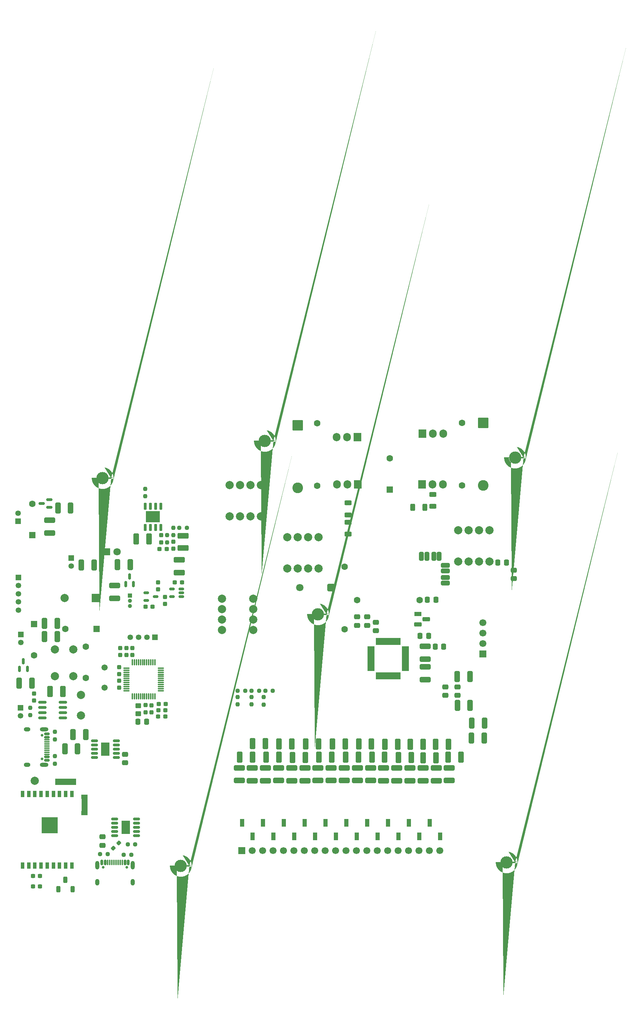
<source format=gbr>
%TF.GenerationSoftware,KiCad,Pcbnew,9.0.7*%
%TF.CreationDate,2026-02-19T04:12:07+03:00*%
%TF.ProjectId,shell-bms,7368656c-6c2d-4626-9d73-2e6b69636164,rev?*%
%TF.SameCoordinates,Original*%
%TF.FileFunction,Soldermask,Top*%
%TF.FilePolarity,Negative*%
%FSLAX46Y46*%
G04 Gerber Fmt 4.6, Leading zero omitted, Abs format (unit mm)*
G04 Created by KiCad (PCBNEW 9.0.7) date 2026-02-19 04:12:07*
%MOMM*%
%LPD*%
G01*
G04 APERTURE LIST*
G04 Aperture macros list*
%AMRoundRect*
0 Rectangle with rounded corners*
0 $1 Rounding radius*
0 $2 $3 $4 $5 $6 $7 $8 $9 X,Y pos of 4 corners*
0 Add a 4 corners polygon primitive as box body*
4,1,4,$2,$3,$4,$5,$6,$7,$8,$9,$2,$3,0*
0 Add four circle primitives for the rounded corners*
1,1,$1+$1,$2,$3*
1,1,$1+$1,$4,$5*
1,1,$1+$1,$6,$7*
1,1,$1+$1,$8,$9*
0 Add four rect primitives between the rounded corners*
20,1,$1+$1,$2,$3,$4,$5,0*
20,1,$1+$1,$4,$5,$6,$7,0*
20,1,$1+$1,$6,$7,$8,$9,0*
20,1,$1+$1,$8,$9,$2,$3,0*%
%AMFreePoly0*
4,1,6,1.000000,0.000000,0.500000,-0.750000,-0.500000,-0.750000,-0.500000,0.750000,0.500000,0.750000,1.000000,0.000000,1.000000,0.000000,$1*%
%AMFreePoly1*
4,1,100,-1.631109,2.612558,-1.341386,2.546431,-1.060889,2.448281,-0.793145,2.319342,-0.541521,2.161236,-0.309182,1.975952,-0.099048,1.765818,0.086236,1.533479,0.244342,1.281855,0.373281,1.014111,0.471431,0.733614,0.537558,0.443891,0.570831,0.148587,0.570831,-0.148587,0.537558,-0.443891,0.471431,-0.733614,0.373281,-1.014111,0.244342,-1.281855,0.086236,-1.533479,-0.099048,-1.765818,
-0.309182,-1.975952,-0.541521,-2.161236,-0.793145,-2.319342,-1.060889,-2.448281,-1.341386,-2.546431,-1.631109,-2.612558,-1.926413,-2.645831,-2.223587,-2.645831,-2.518891,-2.612558,-2.808614,-2.546431,-3.089111,-2.448281,-3.356855,-2.319342,-3.608479,-2.161236,-3.840818,-1.975952,-4.050952,-1.765818,-4.236236,-1.533479,-4.394342,-1.281855,-4.523281,-1.014111,-4.621431,-0.733614,-4.687558,-0.443891,
-4.720831,-0.148587,-4.720831,0.118053,-3.575000,0.118053,-3.575000,-0.118053,-3.538065,-0.351251,-3.465104,-0.575800,-3.357915,-0.786171,-3.219136,-0.977184,-3.052184,-1.144136,-2.861171,-1.282915,-2.650800,-1.390104,-2.426251,-1.463065,-2.193053,-1.500000,-1.956947,-1.500000,-1.723749,-1.463065,-1.499200,-1.390104,-1.288829,-1.282915,-1.097816,-1.144136,-0.930864,-0.977184,-0.792085,-0.786171,
-0.684896,-0.575800,-0.611935,-0.351251,-0.575000,-0.118053,-0.575000,0.118053,-0.611935,0.351251,-0.684896,0.575800,-0.792085,0.786171,-0.930864,0.977184,-1.097816,1.144136,-1.288829,1.282915,-1.499200,1.390104,-1.723749,1.463065,-1.956947,1.500000,-2.193053,1.500000,-2.426251,1.463065,-2.650800,1.390104,-2.861171,1.282915,-3.052184,1.144136,-3.219136,0.977184,-3.357915,0.786171,
-3.465104,0.575800,-3.538065,0.351251,-3.575000,0.118053,-4.720831,0.118053,-4.720831,0.148587,-4.687558,0.443891,-4.621431,0.733614,-4.523281,1.014111,-4.394342,1.281855,-4.236236,1.533479,-4.050952,1.765818,-3.840818,1.975952,-3.608479,2.161236,-3.356855,2.319342,-3.089111,2.448281,-2.808614,2.546431,-2.518891,2.612558,-2.223587,2.645831,-1.926413,2.645831,-1.631109,2.612558,
-1.631109,2.612558,$1*%
G04 Aperture macros list end*
%ADD10RoundRect,0.237500X0.300000X0.237500X-0.300000X0.237500X-0.300000X-0.237500X0.300000X-0.237500X0*%
%ADD11RoundRect,0.250000X1.075000X-0.400000X1.075000X0.400000X-1.075000X0.400000X-1.075000X-0.400000X0*%
%ADD12RoundRect,0.250000X-0.400000X-1.075000X0.400000X-1.075000X0.400000X1.075000X-0.400000X1.075000X0*%
%ADD13RoundRect,0.250000X0.412500X1.100000X-0.412500X1.100000X-0.412500X-1.100000X0.412500X-1.100000X0*%
%ADD14RoundRect,0.250000X-0.550000X0.550000X-0.550000X-0.550000X0.550000X-0.550000X0.550000X0.550000X0*%
%ADD15C,1.600000*%
%ADD16RoundRect,0.250000X-0.825000X0.312500X-0.825000X-0.312500X0.825000X-0.312500X0.825000X0.312500X0*%
%ADD17FreePoly0,0.000000*%
%ADD18FreePoly0,180.000000*%
%ADD19RoundRect,0.250000X-0.337500X-0.475000X0.337500X-0.475000X0.337500X0.475000X-0.337500X0.475000X0*%
%ADD20RoundRect,0.237500X-0.300000X-0.237500X0.300000X-0.237500X0.300000X0.237500X-0.300000X0.237500X0*%
%ADD21RoundRect,0.237500X-0.237500X0.250000X-0.237500X-0.250000X0.237500X-0.250000X0.237500X0.250000X0*%
%ADD22RoundRect,0.250000X0.475000X-0.337500X0.475000X0.337500X-0.475000X0.337500X-0.475000X-0.337500X0*%
%ADD23RoundRect,0.075000X-0.662500X-0.075000X0.662500X-0.075000X0.662500X0.075000X-0.662500X0.075000X0*%
%ADD24RoundRect,0.075000X-0.075000X-0.662500X0.075000X-0.662500X0.075000X0.662500X-0.075000X0.662500X0*%
%ADD25R,1.350000X1.350000*%
%ADD26C,1.350000*%
%ADD27RoundRect,0.237500X0.237500X-0.250000X0.237500X0.250000X-0.237500X0.250000X-0.237500X-0.250000X0*%
%ADD28RoundRect,0.250000X-0.625000X0.312500X-0.625000X-0.312500X0.625000X-0.312500X0.625000X0.312500X0*%
%ADD29RoundRect,0.237500X-0.237500X0.300000X-0.237500X-0.300000X0.237500X-0.300000X0.237500X0.300000X0*%
%ADD30RoundRect,0.250000X0.550000X0.550000X-0.550000X0.550000X-0.550000X-0.550000X0.550000X-0.550000X0*%
%ADD31RoundRect,0.250000X0.400000X1.075000X-0.400000X1.075000X-0.400000X-1.075000X0.400000X-1.075000X0*%
%ADD32RoundRect,0.250000X0.337500X0.475000X-0.337500X0.475000X-0.337500X-0.475000X0.337500X-0.475000X0*%
%ADD33RoundRect,0.237500X0.250000X0.237500X-0.250000X0.237500X-0.250000X-0.237500X0.250000X-0.237500X0*%
%ADD34RoundRect,0.250000X-0.312500X-0.825000X0.312500X-0.825000X0.312500X0.825000X-0.312500X0.825000X0*%
%ADD35C,3.000000*%
%ADD36FreePoly1,0.000000*%
%ADD37RoundRect,0.150000X0.687500X0.150000X-0.687500X0.150000X-0.687500X-0.150000X0.687500X-0.150000X0*%
%ADD38R,2.100000X3.300000*%
%ADD39C,2.004000*%
%ADD40RoundRect,0.150000X0.150000X-0.587500X0.150000X0.587500X-0.150000X0.587500X-0.150000X-0.587500X0*%
%ADD41RoundRect,0.237500X-0.008839X-0.344715X0.344715X0.008839X0.008839X0.344715X-0.344715X-0.008839X0*%
%ADD42C,2.000000*%
%ADD43RoundRect,0.250000X-0.250000X-0.550000X0.250000X-0.550000X0.250000X0.550000X-0.250000X0.550000X0*%
%ADD44RoundRect,0.237500X0.237500X-0.300000X0.237500X0.300000X-0.237500X0.300000X-0.237500X-0.300000X0*%
%ADD45RoundRect,0.250000X-0.475000X0.337500X-0.475000X-0.337500X0.475000X-0.337500X0.475000X0.337500X0*%
%ADD46RoundRect,0.250000X-0.412500X-1.100000X0.412500X-1.100000X0.412500X1.100000X-0.412500X1.100000X0*%
%ADD47R,1.905000X2.000000*%
%ADD48O,1.905000X2.000000*%
%ADD49RoundRect,0.250000X-1.075000X0.400000X-1.075000X-0.400000X1.075000X-0.400000X1.075000X0.400000X0*%
%ADD50RoundRect,0.250000X-1.050000X1.050000X-1.050000X-1.050000X1.050000X-1.050000X1.050000X1.050000X0*%
%ADD51C,2.600000*%
%ADD52R,2.000000X2.000000*%
%ADD53C,1.500000*%
%ADD54R,3.400000X2.710000*%
%ADD55RoundRect,0.150000X-0.150000X0.737500X-0.150000X-0.737500X0.150000X-0.737500X0.150000X0.737500X0*%
%ADD56RoundRect,0.150000X0.512500X0.150000X-0.512500X0.150000X-0.512500X-0.150000X0.512500X-0.150000X0*%
%ADD57RoundRect,0.150000X-0.687500X-0.150000X0.687500X-0.150000X0.687500X0.150000X-0.687500X0.150000X0*%
%ADD58RoundRect,0.250000X0.312500X0.625000X-0.312500X0.625000X-0.312500X-0.625000X0.312500X-0.625000X0*%
%ADD59RoundRect,0.250001X-1.074999X0.462499X-1.074999X-0.462499X1.074999X-0.462499X1.074999X0.462499X0*%
%ADD60RoundRect,0.250000X0.550000X-0.550000X0.550000X0.550000X-0.550000X0.550000X-0.550000X-0.550000X0*%
%ADD61C,0.650000*%
%ADD62RoundRect,0.150000X-0.150000X-0.500000X0.150000X-0.500000X0.150000X0.500000X-0.150000X0.500000X0*%
%ADD63RoundRect,0.075000X-0.075000X-0.575000X0.075000X-0.575000X0.075000X0.575000X-0.075000X0.575000X0*%
%ADD64O,1.000000X2.100000*%
%ADD65O,1.000000X1.600000*%
%ADD66C,1.700000*%
%ADD67R,1.700000X1.700000*%
%ADD68R,1.800000X1.100000*%
%ADD69RoundRect,0.275000X-0.625000X0.275000X-0.625000X-0.275000X0.625000X-0.275000X0.625000X0.275000X0*%
%ADD70R,1.000000X1.000000*%
%ADD71C,1.000000*%
%ADD72RoundRect,0.150000X-0.512500X-0.150000X0.512500X-0.150000X0.512500X0.150000X-0.512500X0.150000X0*%
%ADD73RoundRect,0.250000X0.650000X0.650000X-0.650000X0.650000X-0.650000X-0.650000X0.650000X-0.650000X0*%
%ADD74C,1.800000*%
%ADD75RoundRect,0.150000X0.587500X0.150000X-0.587500X0.150000X-0.587500X-0.150000X0.587500X-0.150000X0*%
%ADD76FreePoly0,90.000000*%
%ADD77FreePoly0,270.000000*%
%ADD78RoundRect,0.150000X0.825000X0.150000X-0.825000X0.150000X-0.825000X-0.150000X0.825000X-0.150000X0*%
%ADD79R,1.800000X1.800000*%
%ADD80R,0.900000X1.500000*%
%ADD81R,4.000000X4.000000*%
%ADD82RoundRect,0.250000X-0.450000X0.350000X-0.450000X-0.350000X0.450000X-0.350000X0.450000X0.350000X0*%
%ADD83RoundRect,0.250000X-1.100000X0.412500X-1.100000X-0.412500X1.100000X-0.412500X1.100000X0.412500X0*%
%ADD84RoundRect,0.060500X-0.821500X-0.181500X0.821500X-0.181500X0.821500X0.181500X-0.821500X0.181500X0*%
%ADD85RoundRect,0.060500X-0.181500X-0.821500X0.181500X-0.821500X0.181500X0.821500X-0.181500X0.821500X0*%
%ADD86RoundRect,0.150000X-0.500000X0.150000X-0.500000X-0.150000X0.500000X-0.150000X0.500000X0.150000X0*%
%ADD87RoundRect,0.075000X-0.575000X0.075000X-0.575000X-0.075000X0.575000X-0.075000X0.575000X0.075000X0*%
%ADD88O,2.100000X1.000000*%
%ADD89O,1.600000X1.000000*%
%ADD90R,1.000000X1.900000*%
G04 APERTURE END LIST*
%TO.C,JP2*%
G36*
X57700000Y-141250000D02*
G01*
X62700000Y-141250000D01*
X62700000Y-142750000D01*
X57700000Y-142750000D01*
X57700000Y-141250000D01*
G37*
%TO.C,JP3*%
G36*
X64050000Y-150150000D02*
G01*
X65550000Y-150150000D01*
X65550000Y-145150000D01*
X64050000Y-145150000D01*
X64050000Y-150150000D01*
G37*
%TD*%
D10*
%TO.C,C63*%
X53925000Y-167500000D03*
X52200000Y-167500000D03*
%TD*%
D11*
%TO.C,R8*%
X131292000Y-141694000D03*
X131292000Y-138594000D03*
%TD*%
D12*
%TO.C,R51*%
X55050000Y-103400000D03*
X58150000Y-103400000D03*
%TD*%
D13*
%TO.C,C15*%
X108842000Y-132744000D03*
X105717000Y-132744000D03*
%TD*%
D11*
%TO.C,R5*%
X140892000Y-141744000D03*
X140892000Y-138644000D03*
%TD*%
D14*
%TO.C,D7*%
X52500000Y-103600000D03*
D15*
X52500000Y-111220000D03*
%TD*%
D12*
%TO.C,R56*%
X48850000Y-118000000D03*
X51950000Y-118000000D03*
%TD*%
D16*
%TO.C,R35*%
X152716401Y-89275000D03*
X152716401Y-90600000D03*
%TD*%
D17*
%TO.C,JP2*%
X58200000Y-142000000D03*
D18*
X62200000Y-142000000D03*
%TD*%
D19*
%TO.C,C51*%
X77833400Y-127355600D03*
X79908400Y-127355600D03*
%TD*%
D13*
%TO.C,C1*%
X156567000Y-136044000D03*
X153442000Y-136044000D03*
%TD*%
D15*
%TO.C,R32*%
X121525000Y-69920000D03*
X121525000Y-54680000D03*
%TD*%
D20*
%TO.C,C41*%
X79625000Y-99350000D03*
X81350000Y-99350000D03*
%TD*%
D21*
%TO.C,R44*%
X86400000Y-80087500D03*
X86400000Y-81912500D03*
%TD*%
D11*
%TO.C,R10*%
X124892000Y-141694000D03*
X124892000Y-138594000D03*
%TD*%
D22*
%TO.C,C25*%
X155727000Y-120956500D03*
X155727000Y-118881500D03*
%TD*%
D11*
%TO.C,R15*%
X108912000Y-141744000D03*
X108912000Y-138644000D03*
%TD*%
D23*
%TO.C,U3*%
X75037800Y-114316000D03*
X75037800Y-114816000D03*
X75037800Y-115316000D03*
X75037800Y-115816000D03*
X75037800Y-116316000D03*
X75037800Y-116816000D03*
X75037800Y-117316000D03*
X75037800Y-117816000D03*
X75037800Y-118316000D03*
X75037800Y-118816000D03*
X75037800Y-119316000D03*
X75037800Y-119816000D03*
D24*
X76450300Y-121228500D03*
X76950300Y-121228500D03*
X77450300Y-121228500D03*
X77950300Y-121228500D03*
X78450300Y-121228500D03*
X78950300Y-121228500D03*
X79450300Y-121228500D03*
X79950300Y-121228500D03*
X80450300Y-121228500D03*
X80950300Y-121228500D03*
X81450300Y-121228500D03*
X81950300Y-121228500D03*
D23*
X83362800Y-119816000D03*
X83362800Y-119316000D03*
X83362800Y-118816000D03*
X83362800Y-118316000D03*
X83362800Y-117816000D03*
X83362800Y-117316000D03*
X83362800Y-116816000D03*
X83362800Y-116316000D03*
X83362800Y-115816000D03*
X83362800Y-115316000D03*
X83362800Y-114816000D03*
X83362800Y-114316000D03*
D24*
X81950300Y-112903500D03*
X81450300Y-112903500D03*
X80950300Y-112903500D03*
X80450300Y-112903500D03*
X79950300Y-112903500D03*
X79450300Y-112903500D03*
X78950300Y-112903500D03*
X78450300Y-112903500D03*
X77950300Y-112903500D03*
X77450300Y-112903500D03*
X76950300Y-112903500D03*
X76450300Y-112903500D03*
%TD*%
D25*
%TO.C,J7*%
X49300000Y-106100000D03*
D26*
X49300000Y-108100000D03*
%TD*%
D11*
%TO.C,R17*%
X102492000Y-141694000D03*
X102492000Y-138594000D03*
%TD*%
D12*
%TO.C,R52*%
X55050000Y-106600000D03*
X58150000Y-106600000D03*
%TD*%
D27*
%TO.C,R42*%
X57550000Y-137600000D03*
X57550000Y-135775000D03*
%TD*%
D11*
%TO.C,R11*%
X121692000Y-141694000D03*
X121692000Y-138594000D03*
%TD*%
D10*
%TO.C,C59*%
X84515800Y-124591600D03*
X82790800Y-124591600D03*
%TD*%
D28*
%TO.C,R38*%
X149675000Y-71987500D03*
X149675000Y-74912500D03*
%TD*%
D29*
%TO.C,C56*%
X73253600Y-114048200D03*
X73253600Y-115773200D03*
%TD*%
D30*
%TO.C,D5*%
X67760000Y-104750000D03*
D15*
X60140000Y-104750000D03*
%TD*%
D31*
%TO.C,R40*%
X65100000Y-130500000D03*
X62000000Y-130500000D03*
%TD*%
D32*
%TO.C,C28*%
X148642000Y-106494000D03*
X146567000Y-106494000D03*
%TD*%
D31*
%TO.C,R54*%
X75900000Y-89100000D03*
X72800000Y-89100000D03*
%TD*%
D11*
%TO.C,R9*%
X128092000Y-141694000D03*
X128092000Y-138594000D03*
%TD*%
%TO.C,R1*%
X153692000Y-141694000D03*
X153692000Y-138594000D03*
%TD*%
D25*
%TO.C,J9*%
X81978000Y-106832400D03*
D26*
X79978000Y-106832400D03*
X77978000Y-106832400D03*
X75978000Y-106832400D03*
%TD*%
D33*
%TO.C,R18*%
X103967000Y-119844000D03*
X102142000Y-119844000D03*
%TD*%
D34*
%TO.C,R34*%
X149900000Y-87100000D03*
X151225000Y-87100000D03*
%TD*%
D13*
%TO.C,C10*%
X125042000Y-136044000D03*
X121917000Y-136044000D03*
%TD*%
D15*
%TO.C,R22*%
X128142000Y-104854000D03*
X128142000Y-89614000D03*
%TD*%
D35*
%TO.C,H1*%
X167642544Y-161642544D03*
D36*
X169717544Y-161642544D03*
%TD*%
D13*
%TO.C,C3*%
X147292000Y-132894000D03*
X144167000Y-132894000D03*
%TD*%
D31*
%TO.C,R41*%
X63100000Y-134000000D03*
X60000000Y-134000000D03*
%TD*%
D37*
%TO.C,U9*%
X77437500Y-155100000D03*
X77437500Y-154100000D03*
X77437500Y-153100000D03*
X77437500Y-152100000D03*
X77437500Y-151100000D03*
X72162500Y-151100000D03*
X72162500Y-152100000D03*
X72162500Y-153100000D03*
X72162500Y-154100000D03*
X72162500Y-155100000D03*
D38*
X74800000Y-153100000D03*
%TD*%
D39*
%TO.C,MP3*%
X155865000Y-80690000D03*
X158405000Y-80690000D03*
X160945000Y-80690000D03*
X163485000Y-80690000D03*
X163485000Y-88310000D03*
X160945000Y-88310000D03*
X158405000Y-88310000D03*
X155865000Y-88310000D03*
%TD*%
D11*
%TO.C,R3*%
X147292000Y-141744000D03*
X147292000Y-138644000D03*
%TD*%
D40*
%TO.C,Q7*%
X74800000Y-93837500D03*
X76700000Y-93837500D03*
X75750000Y-91962500D03*
%TD*%
D33*
%TO.C,R68*%
X77150000Y-157250000D03*
X75325000Y-157250000D03*
%TD*%
D13*
%TO.C,C11*%
X121792000Y-132794000D03*
X118667000Y-132794000D03*
%TD*%
D41*
%TO.C,R69*%
X71834530Y-158215470D03*
X73125000Y-156925000D03*
%TD*%
D42*
%TO.C,TP1*%
X52700000Y-141750000D03*
%TD*%
D43*
%TO.C,SW2*%
X58400000Y-168150000D03*
X60150000Y-165850000D03*
X61900000Y-168150000D03*
%TD*%
D42*
%TO.C,SW1*%
X57577600Y-116281200D03*
X57577600Y-109781200D03*
X62077600Y-116281200D03*
X62077600Y-109781200D03*
%TD*%
D44*
%TO.C,C32*%
X52500000Y-122200000D03*
X52500000Y-120475000D03*
%TD*%
D45*
%TO.C,C31*%
X74700000Y-135325000D03*
X74700000Y-137400000D03*
%TD*%
D31*
%TO.C,R25*%
X162217000Y-131361500D03*
X159117000Y-131361500D03*
%TD*%
D46*
%TO.C,C4*%
X141292000Y-136094000D03*
X144417000Y-136094000D03*
%TD*%
D45*
%TO.C,C30*%
X169455000Y-90425000D03*
X169455000Y-92500000D03*
%TD*%
D21*
%TO.C,R46*%
X84937600Y-81889600D03*
X84937600Y-83714600D03*
%TD*%
D29*
%TO.C,C44*%
X74980800Y-109425400D03*
X74980800Y-111150400D03*
%TD*%
D47*
%TO.C,Q9*%
X131275000Y-58000000D03*
D48*
X128735000Y-58000000D03*
X126195000Y-58000000D03*
%TD*%
D27*
%TO.C,R21*%
X105492000Y-123169000D03*
X105492000Y-121344000D03*
%TD*%
D25*
%TO.C,J8*%
X48600000Y-78550000D03*
D26*
X48600000Y-76550000D03*
%TD*%
D13*
%TO.C,C9*%
X128342000Y-132794000D03*
X125217000Y-132794000D03*
%TD*%
%TO.C,C2*%
X150467000Y-136144000D03*
X147342000Y-136144000D03*
%TD*%
D49*
%TO.C,R72*%
X72100000Y-94200000D03*
X72100000Y-97300000D03*
%TD*%
D11*
%TO.C,R12*%
X118512000Y-141744000D03*
X118512000Y-138644000D03*
%TD*%
D13*
%TO.C,C6*%
X137954500Y-136044000D03*
X134829500Y-136044000D03*
%TD*%
%TO.C,C16*%
X105767000Y-136044000D03*
X102642000Y-136044000D03*
%TD*%
D40*
%TO.C,Q5*%
X48950000Y-114475000D03*
X50850000Y-114475000D03*
X49900000Y-112600000D03*
%TD*%
D25*
%TO.C,J10*%
X48700000Y-92200000D03*
D26*
X48700000Y-94200000D03*
X48700000Y-96200000D03*
X48700000Y-98200000D03*
X48700000Y-100200000D03*
%TD*%
D16*
%TO.C,R36*%
X152716401Y-92250000D03*
X152716401Y-93575000D03*
%TD*%
D29*
%TO.C,C49*%
X81127600Y-123393200D03*
X81127600Y-125118200D03*
%TD*%
D25*
%TO.C,J13*%
X61525000Y-87450000D03*
D26*
X61525000Y-89450000D03*
%TD*%
D11*
%TO.C,R13*%
X115292000Y-141744000D03*
X115292000Y-138644000D03*
%TD*%
D33*
%TO.C,R71*%
X70425000Y-159600000D03*
X68600000Y-159600000D03*
%TD*%
D49*
%TO.C,R58*%
X56300000Y-78300000D03*
X56300000Y-81400000D03*
%TD*%
D32*
%TO.C,C27*%
X150417000Y-97644000D03*
X148342000Y-97644000D03*
%TD*%
D50*
%TO.C,D3*%
X116775000Y-55180000D03*
D51*
X116775000Y-70420000D03*
%TD*%
D29*
%TO.C,C50*%
X79633600Y-123342400D03*
X79633600Y-125067400D03*
%TD*%
D52*
%TO.C,BZ1*%
X67550000Y-97250000D03*
D42*
X59950000Y-97250000D03*
%TD*%
D25*
%TO.C,J6*%
X49200000Y-123950000D03*
D26*
X49200000Y-125950000D03*
%TD*%
D13*
%TO.C,C13*%
X115292000Y-132794000D03*
X112167000Y-132794000D03*
%TD*%
D53*
%TO.C,Y1*%
X69646800Y-114186800D03*
X69646800Y-119086800D03*
%TD*%
D39*
%TO.C,MP2*%
X98315000Y-105035000D03*
X98315000Y-102495000D03*
X98315000Y-99955000D03*
X98315000Y-97415000D03*
X105935000Y-97415000D03*
X105935000Y-99955000D03*
X105935000Y-102495000D03*
X105935000Y-105035000D03*
%TD*%
D22*
%TO.C,C23*%
X135800000Y-105200000D03*
X135800000Y-103125000D03*
%TD*%
D35*
%TO.C,H5*%
X121703104Y-101203104D03*
D36*
X123778104Y-101203104D03*
%TD*%
D29*
%TO.C,C46*%
X73507600Y-109425400D03*
X73507600Y-111150400D03*
%TD*%
D35*
%TO.C,H2*%
X88250000Y-162500000D03*
D36*
X90325000Y-162500000D03*
%TD*%
D35*
%TO.C,H6*%
X108750000Y-59000000D03*
D36*
X110825000Y-59000000D03*
%TD*%
D54*
%TO.C,U2*%
X81477400Y-77441531D03*
D55*
X83382400Y-74879031D03*
X82112400Y-74879031D03*
X80842400Y-74879031D03*
X79572400Y-74879031D03*
X79572400Y-80004031D03*
X80842400Y-80004031D03*
X82112400Y-80004031D03*
X83382400Y-80004031D03*
%TD*%
D34*
%TO.C,R33*%
X146900000Y-87100000D03*
X148225000Y-87100000D03*
%TD*%
D19*
%TO.C,C29*%
X165530000Y-88600000D03*
X167605000Y-88600000D03*
%TD*%
D11*
%TO.C,R14*%
X112092000Y-141694000D03*
X112092000Y-138594000D03*
%TD*%
D33*
%TO.C,R70*%
X76175000Y-159775000D03*
X74350000Y-159775000D03*
%TD*%
D11*
%TO.C,R2*%
X150492000Y-141744000D03*
X150492000Y-138644000D03*
%TD*%
D15*
%TO.C,R55*%
X65125600Y-116687600D03*
X65125600Y-109067600D03*
%TD*%
D21*
%TO.C,R50*%
X51600000Y-123950000D03*
X51600000Y-125775000D03*
%TD*%
D29*
%TO.C,C36*%
X86400000Y-83500000D03*
X86400000Y-85225000D03*
%TD*%
D56*
%TO.C,U4*%
X88400000Y-96900000D03*
X88400000Y-95950000D03*
X88400000Y-95000000D03*
X86125000Y-95000000D03*
X86125000Y-96900000D03*
%TD*%
D35*
%TO.C,H3*%
X69200000Y-68000000D03*
D36*
X71275000Y-68000000D03*
%TD*%
D57*
%TO.C,U5*%
X67250000Y-132050000D03*
X67250000Y-133050000D03*
X67250000Y-134050000D03*
X67250000Y-135050000D03*
X67250000Y-136050000D03*
X72525000Y-136050000D03*
X72525000Y-135050000D03*
X72525000Y-134050000D03*
X72525000Y-133050000D03*
X72525000Y-132050000D03*
D38*
X69887500Y-134050000D03*
%TD*%
D15*
%TO.C,R30*%
X131202000Y-97694000D03*
X146442000Y-97694000D03*
%TD*%
D58*
%TO.C,R37*%
X147700000Y-75150000D03*
X144775000Y-75150000D03*
%TD*%
D21*
%TO.C,R43*%
X79578200Y-70625831D03*
X79578200Y-72450831D03*
%TD*%
D47*
%TO.C,Q3*%
X147095000Y-69550000D03*
D48*
X149635000Y-69550000D03*
X152175000Y-69550000D03*
%TD*%
D47*
%TO.C,Q2*%
X131405000Y-69500000D03*
D48*
X128865000Y-69500000D03*
X126325000Y-69500000D03*
%TD*%
D10*
%TO.C,C38*%
X88525000Y-93400000D03*
X86800000Y-93400000D03*
%TD*%
D31*
%TO.C,R61*%
X162267000Y-127681500D03*
X159167000Y-127681500D03*
%TD*%
D49*
%TO.C,R24*%
X147792000Y-108994000D03*
X147792000Y-112094000D03*
%TD*%
D59*
%TO.C,L1*%
X88800000Y-82100000D03*
X88800000Y-85075000D03*
%TD*%
D13*
%TO.C,C5*%
X141167000Y-132844000D03*
X138042000Y-132844000D03*
%TD*%
D60*
%TO.C,D2*%
X139175000Y-70770000D03*
D15*
X139175000Y-63150000D03*
%TD*%
D11*
%TO.C,R4*%
X144092000Y-141744000D03*
X144092000Y-138644000D03*
%TD*%
D61*
%TO.C,J11*%
X69340000Y-162820000D03*
X75120000Y-162820000D03*
D62*
X69030000Y-161680000D03*
X69830000Y-161680000D03*
D63*
X70980000Y-161680000D03*
X71980000Y-161680000D03*
X72480000Y-161680000D03*
X73480000Y-161680000D03*
D62*
X74630000Y-161680000D03*
X75430000Y-161680000D03*
X75430000Y-161680000D03*
X74630000Y-161680000D03*
D63*
X73980000Y-161680000D03*
X72980000Y-161680000D03*
X71480000Y-161680000D03*
X70480000Y-161680000D03*
D62*
X69830000Y-161680000D03*
X69030000Y-161680000D03*
D64*
X67910000Y-162320000D03*
D65*
X67910000Y-166500000D03*
D64*
X76550000Y-162320000D03*
D65*
X76550000Y-166500000D03*
%TD*%
D10*
%TO.C,C43*%
X84478200Y-126085600D03*
X82753200Y-126085600D03*
%TD*%
D29*
%TO.C,C40*%
X84400000Y-96950000D03*
X84400000Y-98675000D03*
%TD*%
D66*
%TO.C,J2*%
X151364000Y-158761500D03*
X148824000Y-158761500D03*
X146284000Y-158761500D03*
X143744000Y-158761500D03*
X141204000Y-158761500D03*
X138664000Y-158761500D03*
X136124000Y-158761500D03*
X133584000Y-158761500D03*
X131044000Y-158761500D03*
X128504000Y-158761500D03*
X125964000Y-158761500D03*
X123424000Y-158761500D03*
X120884000Y-158761500D03*
X118344000Y-158761500D03*
X115804000Y-158761500D03*
X113264000Y-158761500D03*
X110724000Y-158761500D03*
X108184000Y-158761500D03*
X105644000Y-158761500D03*
D67*
X103104000Y-158761500D03*
%TD*%
D27*
%TO.C,R20*%
X102142000Y-123169000D03*
X102142000Y-121344000D03*
%TD*%
D29*
%TO.C,C48*%
X76444800Y-109406600D03*
X76444800Y-111131600D03*
%TD*%
D68*
%TO.C,Q1*%
X146042000Y-101104000D03*
D69*
X148112000Y-102374000D03*
X146042000Y-103644000D03*
%TD*%
D50*
%TO.C,D4*%
X161925000Y-54580000D03*
D51*
X161925000Y-69820000D03*
%TD*%
D10*
%TO.C,C60*%
X84579800Y-123088400D03*
X82854800Y-123088400D03*
%TD*%
D31*
%TO.C,R53*%
X67100000Y-89150000D03*
X64000000Y-89150000D03*
%TD*%
D60*
%TO.C,D8*%
X52032500Y-81910000D03*
D15*
X52032500Y-74290000D03*
%TD*%
D28*
%TO.C,R60*%
X129000000Y-78750000D03*
X129000000Y-81675000D03*
%TD*%
D13*
%TO.C,C17*%
X153517000Y-132844000D03*
X150392000Y-132844000D03*
%TD*%
%TO.C,C14*%
X112142000Y-136044000D03*
X109017000Y-136044000D03*
%TD*%
D31*
%TO.C,R27*%
X158767000Y-123381500D03*
X155667000Y-123381500D03*
%TD*%
D44*
%TO.C,C34*%
X83439000Y-83667600D03*
X83439000Y-81942600D03*
%TD*%
D46*
%TO.C,C55*%
X56425000Y-120000000D03*
X59550000Y-120000000D03*
%TD*%
D70*
%TO.C,JP1*%
X75850000Y-96600000D03*
D71*
X75850000Y-97870000D03*
X75850000Y-99140000D03*
%TD*%
D31*
%TO.C,R26*%
X158717000Y-116381500D03*
X155617000Y-116381500D03*
%TD*%
D47*
%TO.C,Q8*%
X147125000Y-57150000D03*
D48*
X149665000Y-57150000D03*
X152205000Y-57150000D03*
%TD*%
D33*
%TO.C,R45*%
X89725000Y-80100000D03*
X87900000Y-80100000D03*
%TD*%
D45*
%TO.C,C22*%
X131200000Y-101825000D03*
X131200000Y-103900000D03*
%TD*%
D22*
%TO.C,C24*%
X152717000Y-120956500D03*
X152717000Y-118881500D03*
%TD*%
D72*
%TO.C,U6*%
X79812500Y-95950000D03*
X79812500Y-97850000D03*
X82087500Y-96900000D03*
%TD*%
D11*
%TO.C,R16*%
X105692000Y-141744000D03*
X105692000Y-138644000D03*
%TD*%
D27*
%TO.C,R49*%
X57550000Y-131675000D03*
X57550000Y-129850000D03*
%TD*%
D73*
%TO.C,D1*%
X124840000Y-94694000D03*
D74*
X117220000Y-94694000D03*
%TD*%
D75*
%TO.C,Q6*%
X56225000Y-75150000D03*
X56225000Y-73250000D03*
X54350000Y-74200000D03*
%TD*%
D33*
%TO.C,R19*%
X107317000Y-119844000D03*
X105492000Y-119844000D03*
%TD*%
D13*
%TO.C,C8*%
X131592000Y-136044000D03*
X128467000Y-136044000D03*
%TD*%
D76*
%TO.C,JP3*%
X64800000Y-149650000D03*
D77*
X64800000Y-145650000D03*
%TD*%
D13*
%TO.C,C12*%
X118592000Y-136094000D03*
X115467000Y-136094000D03*
%TD*%
D35*
%TO.C,H4*%
X169750000Y-63000000D03*
D36*
X171825000Y-63000000D03*
%TD*%
D33*
%TO.C,R48*%
X110664000Y-119837200D03*
X108839000Y-119837200D03*
%TD*%
D13*
%TO.C,C7*%
X134742000Y-132794000D03*
X131617000Y-132794000D03*
%TD*%
D19*
%TO.C,C26*%
X150242000Y-109094000D03*
X152317000Y-109094000D03*
%TD*%
D44*
%TO.C,C39*%
X82750000Y-95125000D03*
X82750000Y-93400000D03*
%TD*%
D78*
%TO.C,U8*%
X59475000Y-126405000D03*
X59475000Y-125135000D03*
X59475000Y-123865000D03*
X59475000Y-122595000D03*
X54525000Y-122595000D03*
X54525000Y-123865000D03*
X54525000Y-125135000D03*
X54525000Y-126405000D03*
%TD*%
D11*
%TO.C,R6*%
X137692000Y-141744000D03*
X137692000Y-138644000D03*
%TD*%
D44*
%TO.C,C57*%
X73253600Y-119073000D03*
X73253600Y-117348000D03*
%TD*%
D39*
%TO.C,MP4*%
X114190000Y-82440000D03*
X116730000Y-82440000D03*
X119270000Y-82440000D03*
X121810000Y-82440000D03*
X121810000Y-90060000D03*
X119270000Y-90060000D03*
X116730000Y-90060000D03*
X114190000Y-90060000D03*
%TD*%
%TO.C,MP1*%
X100115000Y-69690000D03*
X102655000Y-69690000D03*
X105195000Y-69690000D03*
X107735000Y-69690000D03*
X107735000Y-77310000D03*
X105195000Y-77310000D03*
X102655000Y-77310000D03*
X100115000Y-77310000D03*
%TD*%
D79*
%TO.C,D6*%
X70200000Y-86000000D03*
D74*
X72740000Y-86000000D03*
%TD*%
D80*
%TO.C,U7*%
X49700000Y-162450000D03*
X51200000Y-162450000D03*
X52700000Y-162450000D03*
X54200000Y-162450000D03*
X55700000Y-162450000D03*
X57200000Y-162450000D03*
X58700000Y-162450000D03*
X60200000Y-162450000D03*
X61700000Y-162450000D03*
X61700000Y-144950000D03*
X60200000Y-144950000D03*
X58700000Y-144950000D03*
X57200000Y-144950000D03*
X55700000Y-144950000D03*
X54200000Y-144950000D03*
X52700000Y-144950000D03*
X51200000Y-144950000D03*
X49700000Y-144950000D03*
D81*
X56310000Y-152600000D03*
%TD*%
D20*
%TO.C,C35*%
X83075000Y-85300000D03*
X84800000Y-85300000D03*
%TD*%
D82*
%TO.C,FB1*%
X77927200Y-123444000D03*
X77927200Y-125444000D03*
%TD*%
D42*
%TO.C,C58*%
X63957200Y-125853200D03*
X63957200Y-120853200D03*
%TD*%
D21*
%TO.C,R47*%
X108458000Y-121365000D03*
X108458000Y-123190000D03*
%TD*%
D15*
%TO.C,R39*%
X156775000Y-69790000D03*
X156775000Y-54550000D03*
%TD*%
D83*
%TO.C,C37*%
X87900000Y-87900000D03*
X87900000Y-91025000D03*
%TD*%
D67*
%TO.C,J3*%
X161867000Y-110844000D03*
D66*
X161867000Y-108304000D03*
X161867000Y-105764000D03*
X161867000Y-103224000D03*
%TD*%
D84*
%TO.C,U1*%
X134642000Y-109244000D03*
X134642000Y-109744000D03*
X134642000Y-110244000D03*
X134642000Y-110744000D03*
X134642000Y-111244000D03*
X134642000Y-111744000D03*
X134642000Y-112244000D03*
X134642000Y-112744000D03*
X134642000Y-113244000D03*
X134642000Y-113744000D03*
X134642000Y-114244000D03*
X134642000Y-114744000D03*
D85*
X136072000Y-116174000D03*
X136572000Y-116174000D03*
X137072000Y-116174000D03*
X137572000Y-116174000D03*
X138072000Y-116174000D03*
X138572000Y-116174000D03*
X139072000Y-116174000D03*
X139572000Y-116174000D03*
X140072000Y-116174000D03*
X140572000Y-116174000D03*
X141072000Y-116174000D03*
X141572000Y-116174000D03*
D84*
X143002000Y-114744000D03*
X143002000Y-114244000D03*
X143002000Y-113744000D03*
X143002000Y-113244000D03*
X143002000Y-112744000D03*
X143002000Y-112244000D03*
X143002000Y-111744000D03*
X143002000Y-111244000D03*
X143002000Y-110744000D03*
X143002000Y-110244000D03*
X143002000Y-109744000D03*
X143002000Y-109244000D03*
D85*
X141572000Y-107814000D03*
X141072000Y-107814000D03*
X140572000Y-107814000D03*
X140072000Y-107814000D03*
X139572000Y-107814000D03*
X139072000Y-107814000D03*
X138572000Y-107814000D03*
X138072000Y-107814000D03*
X137572000Y-107814000D03*
X137072000Y-107814000D03*
X136572000Y-107814000D03*
X136072000Y-107814000D03*
%TD*%
D45*
%TO.C,C21*%
X133700000Y-101825000D03*
X133700000Y-103900000D03*
%TD*%
D10*
%TO.C,C64*%
X53925000Y-164990000D03*
X52200000Y-164990000D03*
%TD*%
D11*
%TO.C,R7*%
X134492000Y-141694000D03*
X134492000Y-138594000D03*
%TD*%
%TO.C,R23*%
X147792000Y-117094000D03*
X147792000Y-113994000D03*
%TD*%
D61*
%TO.C,J5*%
X54455000Y-130660000D03*
X54455000Y-136440000D03*
D86*
X55595000Y-130350000D03*
X55595000Y-131150000D03*
D87*
X55595000Y-132300000D03*
X55595000Y-133300000D03*
X55595000Y-133800000D03*
X55595000Y-134800000D03*
D86*
X55595000Y-135950000D03*
X55595000Y-136750000D03*
X55595000Y-136750000D03*
X55595000Y-135950000D03*
D87*
X55595000Y-135300000D03*
X55595000Y-134300000D03*
X55595000Y-132800000D03*
X55595000Y-131800000D03*
D86*
X55595000Y-131150000D03*
X55595000Y-130350000D03*
D88*
X54955000Y-129230000D03*
D89*
X50775000Y-129230000D03*
D88*
X54955000Y-137870000D03*
D89*
X50775000Y-137870000D03*
%TD*%
D12*
%TO.C,R59*%
X58300000Y-75300000D03*
X61400000Y-75300000D03*
%TD*%
D45*
%TO.C,C65*%
X69150000Y-155400000D03*
X69150000Y-157475000D03*
%TD*%
D13*
%TO.C,C33*%
X80525000Y-82800000D03*
X77400000Y-82800000D03*
%TD*%
D28*
%TO.C,R31*%
X129025000Y-74037500D03*
X129025000Y-76962500D03*
%TD*%
D90*
%TO.C,J1*%
X151427000Y-155281500D03*
X148887000Y-151981500D03*
X146347000Y-155281500D03*
X143807000Y-151981500D03*
X141267000Y-155281500D03*
X138727000Y-151981500D03*
X136187000Y-155281500D03*
X133647000Y-151981500D03*
X131107000Y-155281500D03*
X128567000Y-151981500D03*
X126027000Y-155281500D03*
X123487000Y-151981500D03*
X120947000Y-155281500D03*
X118407000Y-151981500D03*
X115867000Y-155281500D03*
X113327000Y-151981500D03*
X110787000Y-155281500D03*
X108247000Y-151981500D03*
X105707000Y-155281500D03*
X103167000Y-151981500D03*
%TD*%
M02*

</source>
